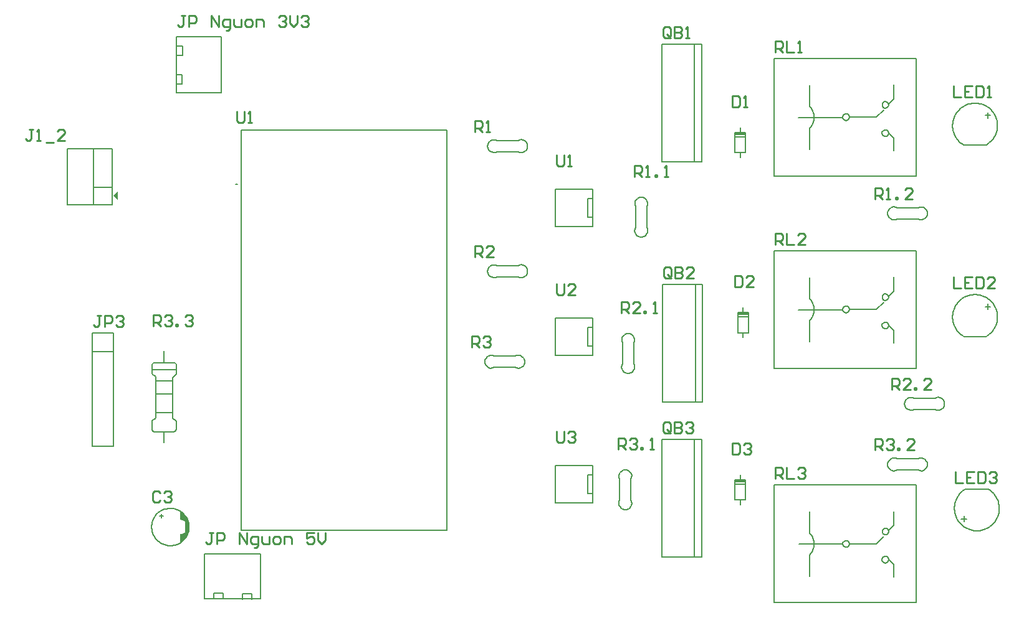
<source format=gto>
G04*
G04 #@! TF.GenerationSoftware,Altium Limited,Altium Designer,23.1.1 (15)*
G04*
G04 Layer_Color=65535*
%FSLAX44Y44*%
%MOMM*%
G71*
G04*
G04 #@! TF.SameCoordinates,535EB812-C22A-4054-9E8E-735DEE857C18*
G04*
G04*
G04 #@! TF.FilePolarity,Positive*
G04*
G01*
G75*
%ADD10C,0.1778*%
%ADD11C,0.2000*%
%ADD12C,0.2032*%
%ADD13C,0.1270*%
%ADD14C,0.2540*%
%ADD15R,1.3970X0.3810*%
G36*
X217170Y159766D02*
Y148082D01*
X220218Y147574D01*
X222758Y146558D01*
X223520Y144780D01*
X223774Y142748D01*
Y133604D01*
X223520Y131826D01*
X223012Y130556D01*
X221488Y129540D01*
X218948Y128778D01*
X217170D01*
Y116840D01*
X219202Y118618D01*
X222250Y120904D01*
X224282Y123444D01*
X226568Y127254D01*
X228346Y133604D01*
X228854Y140716D01*
X227076Y148590D01*
X224028Y153670D01*
X219710Y158496D01*
X217170Y159766D01*
D02*
G37*
G36*
X125984Y589280D02*
X132334Y582930D01*
Y595630D01*
X125984Y589280D01*
D02*
G37*
D10*
X1179308Y412750D02*
X1178590Y415195D01*
X1176664Y416864D01*
X1174142Y417226D01*
X1171824Y416168D01*
X1170446Y414024D01*
Y411476D01*
X1171824Y409332D01*
X1174142Y408274D01*
X1176664Y408636D01*
X1178590Y410305D01*
X1179308Y412750D01*
X1179562Y451104D02*
X1178844Y453549D01*
X1176918Y455218D01*
X1174396Y455580D01*
X1172078Y454522D01*
X1170701Y452378D01*
Y449830D01*
X1172078Y447686D01*
X1174396Y446628D01*
X1176918Y446990D01*
X1178844Y448659D01*
X1179562Y451104D01*
X1125968Y434340D02*
X1125250Y436785D01*
X1123324Y438454D01*
X1120802Y438816D01*
X1118484Y437758D01*
X1117106Y435614D01*
Y433066D01*
X1118484Y430922D01*
X1120802Y429864D01*
X1123324Y430226D01*
X1125250Y431895D01*
X1125968Y434340D01*
X1071866Y419354D02*
X1073551Y421223D01*
X1074998Y423281D01*
X1076186Y425499D01*
X1077098Y427843D01*
X1077721Y430281D01*
X1078046Y432776D01*
X1078068Y435292D01*
X1077786Y437792D01*
X1077205Y440240D01*
X1076333Y442600D01*
X1075183Y444838D01*
X1073772Y446920D01*
X1072120Y448818D01*
X207010Y286144D02*
X208280Y284874D01*
X209296Y344056D02*
X207010Y341770D01*
X209296Y344056D02*
X211582Y346342D01*
Y281572D02*
X210615Y283907D01*
X208280Y284874D01*
X208026Y268110D02*
X210541Y269151D01*
X211582Y271666D01*
X179070Y270904D02*
X179888Y268928D01*
X181864Y268110D01*
X180848Y284620D02*
X179070Y282842D01*
X180848Y284620D02*
X182824Y285438D01*
X183642Y287414D01*
Y342786D02*
X181610Y344818D01*
X179070Y347358D02*
X179814Y345562D01*
X181610Y344818D01*
Y361836D02*
X179814Y361092D01*
X179070Y359296D01*
X211582D02*
X210838Y361092D01*
X209042Y361836D01*
X229002Y138430D02*
X228876Y140959D01*
X228498Y143463D01*
X227874Y145917D01*
X227008Y148296D01*
X225909Y150578D01*
X224589Y152738D01*
X223060Y154757D01*
X221337Y156613D01*
X219439Y158288D01*
X217383Y159767D01*
X215190Y161033D01*
X212882Y162074D01*
X210481Y162881D01*
X208013Y163444D01*
X205500Y163759D01*
X202969Y163822D01*
X200444Y163633D01*
X197950Y163193D01*
X195513Y162507D01*
X193155Y161582D01*
X190902Y160427D01*
X188775Y159053D01*
X186795Y157474D01*
X184983Y155706D01*
X183355Y153767D01*
X181929Y151674D01*
X180718Y149451D01*
X179734Y147117D01*
X178988Y144698D01*
X178486Y142216D01*
X178234Y139696D01*
Y137164D01*
X178486Y134644D01*
X178988Y132162D01*
X179734Y129743D01*
X180718Y127409D01*
X181929Y125186D01*
X183355Y123093D01*
X184982Y121154D01*
X186795Y119386D01*
X188775Y117807D01*
X190902Y116433D01*
X193155Y115278D01*
X195513Y114353D01*
X197950Y113667D01*
X200444Y113227D01*
X202969Y113038D01*
X205500Y113101D01*
X208013Y113416D01*
X210481Y113979D01*
X212882Y114786D01*
X215190Y115827D01*
X217383Y117093D01*
X219439Y118572D01*
X221337Y120247D01*
X223060Y122103D01*
X224589Y124122D01*
X225909Y126282D01*
X227008Y128564D01*
X227874Y130943D01*
X228498Y133397D01*
X228876Y135901D01*
X229002Y138430D01*
X1312091Y397889D02*
X1314218Y399258D01*
X1316223Y400799D01*
X1318095Y402500D01*
X1319819Y404351D01*
X1321383Y406339D01*
X1322777Y408449D01*
X1323991Y410668D01*
X1325018Y412980D01*
X1325849Y415369D01*
X1326479Y417818D01*
X1326904Y420312D01*
X1327120Y422832D01*
X1327127Y425361D01*
X1326924Y427882D01*
X1326513Y430378D01*
X1325897Y432831D01*
X1325079Y435224D01*
X1324065Y437542D01*
X1322863Y439767D01*
X1321480Y441885D01*
X1319927Y443881D01*
X1318214Y445742D01*
X1316352Y447454D01*
X1314354Y449005D01*
X1312235Y450386D01*
X1310009Y451586D01*
X1307690Y452598D01*
X1305296Y453414D01*
X1302843Y454028D01*
X1300347Y454437D01*
X1297825Y454638D01*
X1295296Y454629D01*
X1292776Y454410D01*
X1290283Y453983D01*
X1287834Y453351D01*
X1285446Y452518D01*
X1283135Y451490D01*
X1280917Y450274D01*
X1278808Y448878D01*
X1276822Y447312D01*
X1274972Y445587D01*
X1273272Y443714D01*
X1271733Y441707D01*
X1270366Y439579D01*
X1269180Y437345D01*
X1268183Y435020D01*
X1267382Y432621D01*
X1266783Y430163D01*
X1266390Y427665D01*
X1266205Y425142D01*
X1266230Y422613D01*
X1266465Y420095D01*
X1266908Y417604D01*
X1267555Y415159D01*
X1268404Y412776D01*
X1269446Y410472D01*
X1270677Y408262D01*
X1272086Y406162D01*
X1273665Y404185D01*
X1275402Y402347D01*
X1277285Y400659D01*
X1279302Y399132D01*
X1281438Y397779D01*
X1179388Y93980D02*
X1178670Y96425D01*
X1176744Y98094D01*
X1174222Y98456D01*
X1171904Y97398D01*
X1170527Y95254D01*
Y92706D01*
X1171904Y90562D01*
X1174222Y89504D01*
X1176744Y89866D01*
X1178670Y91535D01*
X1179388Y93980D01*
X1179642Y132334D02*
X1178924Y134779D01*
X1176998Y136448D01*
X1174476Y136810D01*
X1172158Y135752D01*
X1170780Y133608D01*
Y131060D01*
X1172158Y128916D01*
X1174476Y127858D01*
X1176998Y128220D01*
X1178924Y129889D01*
X1179642Y132334D01*
X1126048Y115570D02*
X1125330Y118015D01*
X1123404Y119684D01*
X1120882Y120046D01*
X1118564Y118988D01*
X1117187Y116844D01*
Y114296D01*
X1118564Y112152D01*
X1120882Y111094D01*
X1123404Y111456D01*
X1125330Y113125D01*
X1126048Y115570D01*
X1071946Y100584D02*
X1073631Y102453D01*
X1075078Y104511D01*
X1076266Y106729D01*
X1077178Y109073D01*
X1077802Y111511D01*
X1078126Y114006D01*
X1078148Y116522D01*
X1077866Y119022D01*
X1077285Y121470D01*
X1076413Y123830D01*
X1075263Y126068D01*
X1073852Y128150D01*
X1072200Y130048D01*
X1179308Y674370D02*
X1178590Y676815D01*
X1176664Y678484D01*
X1174142Y678846D01*
X1171824Y677788D01*
X1170446Y675644D01*
Y673096D01*
X1171824Y670952D01*
X1174142Y669894D01*
X1176664Y670256D01*
X1178590Y671925D01*
X1179308Y674370D01*
X1179562Y712724D02*
X1178844Y715169D01*
X1176918Y716838D01*
X1174396Y717200D01*
X1172078Y716142D01*
X1170701Y713998D01*
Y711450D01*
X1172078Y709306D01*
X1174396Y708248D01*
X1176918Y708610D01*
X1178844Y710279D01*
X1179562Y712724D01*
X1125968Y695960D02*
X1125250Y698405D01*
X1123324Y700074D01*
X1120802Y700436D01*
X1118484Y699378D01*
X1117106Y697234D01*
Y694686D01*
X1118484Y692542D01*
X1120802Y691484D01*
X1123324Y691846D01*
X1125250Y693515D01*
X1125968Y695960D01*
X1071866Y680974D02*
X1073551Y682843D01*
X1074998Y684901D01*
X1076186Y687119D01*
X1077098Y689463D01*
X1077721Y691901D01*
X1078046Y694396D01*
X1078068Y696912D01*
X1077786Y699412D01*
X1077205Y701860D01*
X1076333Y704220D01*
X1075183Y706458D01*
X1073772Y708540D01*
X1072120Y710438D01*
X1283789Y190121D02*
X1281662Y188752D01*
X1279657Y187211D01*
X1277785Y185510D01*
X1276061Y183659D01*
X1274497Y181671D01*
X1273103Y179561D01*
X1271889Y177342D01*
X1270862Y175030D01*
X1270031Y172641D01*
X1269401Y170192D01*
X1268977Y167698D01*
X1268760Y165178D01*
X1268753Y162649D01*
X1268956Y160128D01*
X1269367Y157632D01*
X1269983Y155179D01*
X1270801Y152786D01*
X1271815Y150468D01*
X1273017Y148243D01*
X1274400Y146125D01*
X1275953Y144129D01*
X1277666Y142268D01*
X1279528Y140556D01*
X1281526Y139005D01*
X1283645Y137624D01*
X1285871Y136424D01*
X1288190Y135412D01*
X1290584Y134596D01*
X1293037Y133982D01*
X1295533Y133573D01*
X1298055Y133372D01*
X1300584Y133381D01*
X1303104Y133600D01*
X1305597Y134027D01*
X1308046Y134659D01*
X1310434Y135492D01*
X1312745Y136520D01*
X1314963Y137736D01*
X1317072Y139132D01*
X1319058Y140698D01*
X1320908Y142423D01*
X1322608Y144296D01*
X1324147Y146304D01*
X1325514Y148431D01*
X1326700Y150665D01*
X1327697Y152990D01*
X1328498Y155389D01*
X1329097Y157847D01*
X1329490Y160345D01*
X1329675Y162868D01*
X1329650Y165397D01*
X1329415Y167915D01*
X1328972Y170406D01*
X1328325Y172851D01*
X1327476Y175233D01*
X1326434Y177538D01*
X1325203Y179748D01*
X1323794Y181848D01*
X1322216Y183824D01*
X1320479Y185663D01*
X1318595Y187351D01*
X1316578Y188878D01*
X1314442Y190231D01*
X1312091Y658239D02*
X1314218Y659608D01*
X1316223Y661149D01*
X1318095Y662850D01*
X1319819Y664701D01*
X1321383Y666689D01*
X1322777Y668799D01*
X1323991Y671018D01*
X1325018Y673330D01*
X1325849Y675719D01*
X1326479Y678168D01*
X1326904Y680662D01*
X1327120Y683182D01*
X1327127Y685711D01*
X1326924Y688232D01*
X1326513Y690728D01*
X1325897Y693181D01*
X1325079Y695574D01*
X1324065Y697892D01*
X1322863Y700117D01*
X1321480Y702235D01*
X1319927Y704231D01*
X1318214Y706092D01*
X1316352Y707804D01*
X1314354Y709355D01*
X1312235Y710736D01*
X1310009Y711936D01*
X1307690Y712948D01*
X1305296Y713764D01*
X1302843Y714378D01*
X1300347Y714787D01*
X1297825Y714988D01*
X1295296Y714979D01*
X1292776Y714760D01*
X1290283Y714333D01*
X1287834Y713701D01*
X1285446Y712868D01*
X1283135Y711840D01*
X1280917Y710624D01*
X1278808Y709228D01*
X1276822Y707662D01*
X1274972Y705937D01*
X1273272Y704064D01*
X1271733Y702057D01*
X1270366Y699929D01*
X1269180Y697695D01*
X1268183Y695370D01*
X1267382Y692971D01*
X1266783Y690513D01*
X1266390Y688015D01*
X1266205Y685492D01*
X1266230Y682963D01*
X1266465Y680445D01*
X1266908Y677954D01*
X1267555Y675509D01*
X1268404Y673126D01*
X1269446Y670822D01*
X1270677Y668612D01*
X1272086Y666512D01*
X1273665Y664535D01*
X1275402Y662697D01*
X1277285Y661009D01*
X1279302Y659482D01*
X1281438Y658129D01*
X313944Y40386D02*
Y48006D01*
X301244D02*
X313944D01*
X301244Y40386D02*
Y48006D01*
X275336Y40894D02*
Y48514D01*
X262636D02*
X275336D01*
X262636Y40894D02*
Y48514D01*
X250190Y101600D02*
X326390D01*
Y40640D02*
Y101600D01*
X250190Y40640D02*
X326390D01*
X250190D02*
Y101600D01*
X872490Y468630D02*
X926592D01*
X916940Y308864D02*
Y468630D01*
X926592Y308610D02*
Y468630D01*
X872490Y308610D02*
X926592D01*
X872490D02*
Y468630D01*
X974344Y424180D02*
X988822D01*
X974344Y402844D02*
Y430022D01*
Y402844D02*
X988822D01*
Y430022D01*
X981710D02*
Y436880D01*
Y396240D02*
Y402844D01*
X974344Y430022D02*
X988822D01*
X1023830Y354330D02*
Y514350D01*
Y354330D02*
X1216900D01*
X1057134Y434086D02*
X1116316D01*
X1216900Y354330D02*
Y514350D01*
X1023860D02*
X1216900D01*
X1186166Y459232D02*
Y478536D01*
X1179562Y452628D02*
X1186166Y459232D01*
Y389128D02*
Y405892D01*
X1179308Y412750D02*
X1186166Y405892D01*
X1126476Y434340D02*
X1162798D01*
X1172704Y444246D01*
X1071612Y390398D02*
Y419100D01*
X1071866Y449072D02*
Y478028D01*
X212090Y805180D02*
X273050D01*
X212090Y728980D02*
Y805180D01*
Y728980D02*
X273050D01*
Y805180D01*
X212344Y792734D02*
X219964D01*
Y780034D02*
Y792734D01*
X212344Y780034D02*
X219964D01*
X211836Y754126D02*
X219456D01*
Y741426D02*
Y754126D01*
X211836Y741426D02*
X219456D01*
X124460Y576580D02*
Y652780D01*
X99060Y576580D02*
X124460D01*
X99060D02*
Y652780D01*
X124460D01*
X99314Y600710D02*
X124460D01*
X99060Y576580D02*
Y576834D01*
X63500D02*
X99060D01*
X63500D02*
Y652780D01*
X99060D01*
X183642Y294018D02*
X207010D01*
X184912Y319418D02*
X207010D01*
X179578Y352438D02*
X211074D01*
X184150Y336944D02*
X206248D01*
X195072Y361836D02*
Y377838D01*
Y253632D02*
Y267602D01*
X207010Y286144D02*
Y341770D01*
X211582Y271666D02*
Y281572D01*
X181864Y268110D02*
X208026D01*
X179070Y270904D02*
Y282842D01*
X183642Y287414D02*
Y342786D01*
X179070Y347358D02*
Y359296D01*
X211582Y359042D02*
Y359296D01*
X195072Y361836D02*
X209042D01*
X181610D02*
X195072D01*
X179070Y347358D02*
Y359296D01*
Y270904D02*
Y282842D01*
X211582Y346342D02*
Y359169D01*
X97282Y376936D02*
X125984D01*
X126492Y248666D02*
Y402590D01*
X97282Y248666D02*
Y402590D01*
X126492D01*
X97282Y248666D02*
X126492D01*
X189230Y153670D02*
X194310D01*
X191770Y151130D02*
Y156210D01*
X1310640Y438404D02*
X1317752D01*
X1313942Y434594D02*
Y442214D01*
X1281684Y397764D02*
X1311910D01*
X1023910Y35560D02*
Y195580D01*
Y35560D02*
X1216980D01*
X1057214Y115316D02*
X1116396D01*
X1216980Y35560D02*
Y195580D01*
X1023940D02*
X1216980D01*
X1186246Y140462D02*
Y159766D01*
X1179642Y133858D02*
X1186246Y140462D01*
Y70358D02*
Y87122D01*
X1179388Y93980D02*
X1186246Y87122D01*
X1126556Y115570D02*
X1162878D01*
X1172784Y125476D01*
X1071692Y71628D02*
Y100330D01*
X1071946Y130302D02*
Y159258D01*
X1023830Y615950D02*
Y775970D01*
Y615950D02*
X1216900D01*
X1057134Y695706D02*
X1116316D01*
X1216900Y615950D02*
Y775970D01*
X1023860D02*
X1216900D01*
X1186166Y720852D02*
Y740156D01*
X1179562Y714248D02*
X1186166Y720852D01*
Y650748D02*
Y667512D01*
X1179308Y674370D02*
X1186166Y667512D01*
X1126476Y695960D02*
X1162798D01*
X1172704Y705866D01*
X1071612Y652018D02*
Y680720D01*
X1071866Y710692D02*
Y739648D01*
X970534Y202692D02*
X985012D01*
X977900Y168910D02*
Y175514D01*
Y202692D02*
Y209550D01*
X985012Y175514D02*
Y202692D01*
X970534Y175514D02*
X985012D01*
X970534D02*
Y202692D01*
Y196850D02*
X985012D01*
X970534Y675132D02*
X985012D01*
X977900Y641350D02*
Y647954D01*
Y675132D02*
Y681990D01*
X985012Y647954D02*
Y675132D01*
X970534Y647954D02*
X985012D01*
X970534D02*
Y675132D01*
Y669290D02*
X985012D01*
X871220Y97790D02*
Y257810D01*
Y97790D02*
X925322D01*
Y257810D01*
X915670Y98044D02*
Y257810D01*
X871220D02*
X925322D01*
X871220Y635000D02*
Y795020D01*
Y635000D02*
X925322D01*
Y795020D01*
X915670Y635254D02*
Y795020D01*
X871220D02*
X925322D01*
X1278128Y149606D02*
X1285240D01*
X1281938Y145796D02*
Y153416D01*
X1283970Y190246D02*
X1314196D01*
X1310640Y698754D02*
X1317752D01*
X1313942Y694944D02*
Y702564D01*
X1281684Y658114D02*
X1311910D01*
D11*
X294420Y604520D02*
X292420D01*
X294420D01*
D12*
X675640Y478790D02*
X677918Y477859D01*
X680364Y477593D01*
X682788Y478013D01*
X685003Y479086D01*
X686834Y480729D01*
X688141Y482815D01*
X688820Y485180D01*
Y487640D01*
X688141Y490005D01*
X686834Y492090D01*
X685003Y493734D01*
X682788Y494807D01*
X680364Y495227D01*
X677918Y494961D01*
X675640Y494030D01*
X647700D02*
X645274Y494958D01*
X642683Y495133D01*
X640154Y494540D01*
X637911Y493231D01*
X636150Y491321D01*
X635028Y488979D01*
X634642Y486410D01*
X635028Y483841D01*
X636150Y481499D01*
X637911Y479589D01*
X640154Y478280D01*
X642683Y477687D01*
X645274Y477862D01*
X647700Y478790D01*
X1242060Y298450D02*
X1244338Y297519D01*
X1246784Y297253D01*
X1249209Y297673D01*
X1251423Y298746D01*
X1253254Y300389D01*
X1254561Y302475D01*
X1255240Y304840D01*
Y307300D01*
X1254561Y309665D01*
X1253254Y311751D01*
X1251423Y313394D01*
X1249209Y314467D01*
X1246784Y314887D01*
X1244338Y314621D01*
X1242060Y313690D01*
X1214120D02*
X1211694Y314618D01*
X1209103Y314793D01*
X1206574Y314200D01*
X1204331Y312891D01*
X1202570Y310981D01*
X1201448Y308639D01*
X1201062Y306070D01*
X1201448Y303501D01*
X1202570Y301159D01*
X1204331Y299249D01*
X1206574Y297940D01*
X1209103Y297347D01*
X1211694Y297522D01*
X1214120Y298450D01*
X817880Y360680D02*
X816949Y358402D01*
X816683Y355956D01*
X817103Y353531D01*
X818176Y351317D01*
X819819Y349486D01*
X821905Y348179D01*
X824270Y347500D01*
X826730D01*
X829095Y348179D01*
X831181Y349486D01*
X832824Y351317D01*
X833897Y353531D01*
X834317Y355956D01*
X834051Y358402D01*
X833120Y360680D01*
Y388620D02*
X834048Y391046D01*
X834223Y393637D01*
X833630Y396166D01*
X832321Y398409D01*
X830411Y400170D01*
X828069Y401292D01*
X825500Y401678D01*
X822931Y401292D01*
X820589Y400170D01*
X818679Y398409D01*
X817370Y396166D01*
X816777Y393637D01*
X816952Y391046D01*
X817880Y388620D01*
X671830Y355600D02*
X674108Y354669D01*
X676554Y354403D01*
X678979Y354823D01*
X681193Y355896D01*
X683024Y357539D01*
X684331Y359625D01*
X685011Y361990D01*
Y364450D01*
X684331Y366815D01*
X683024Y368900D01*
X681193Y370544D01*
X678979Y371617D01*
X676554Y372037D01*
X674108Y371771D01*
X671830Y370840D01*
X643890D02*
X641464Y371768D01*
X638873Y371943D01*
X636344Y371350D01*
X634101Y370041D01*
X632340Y368131D01*
X631218Y365789D01*
X630832Y363220D01*
X631218Y360651D01*
X632340Y358309D01*
X634101Y356399D01*
X636344Y355090D01*
X638873Y354497D01*
X641464Y354672D01*
X643890Y355600D01*
X675640Y648970D02*
X677918Y648039D01*
X680364Y647773D01*
X682788Y648193D01*
X685003Y649266D01*
X686834Y650909D01*
X688141Y652995D01*
X688820Y655360D01*
Y657820D01*
X688141Y660185D01*
X686834Y662271D01*
X685003Y663914D01*
X682788Y664987D01*
X680364Y665407D01*
X677918Y665141D01*
X675640Y664210D01*
X647700D02*
X645274Y665138D01*
X642683Y665313D01*
X640154Y664720D01*
X637911Y663411D01*
X636150Y661501D01*
X635028Y659159D01*
X634642Y656590D01*
X635028Y654021D01*
X636150Y651679D01*
X637911Y649769D01*
X640154Y648460D01*
X642683Y647867D01*
X645274Y648042D01*
X647700Y648970D01*
X1191260Y231140D02*
X1188982Y232071D01*
X1186536Y232337D01*
X1184111Y231917D01*
X1181897Y230844D01*
X1180066Y229201D01*
X1178759Y227115D01*
X1178080Y224750D01*
Y222290D01*
X1178759Y219925D01*
X1180066Y217839D01*
X1181897Y216196D01*
X1184111Y215123D01*
X1186536Y214703D01*
X1188982Y214969D01*
X1191260Y215900D01*
X1219200D02*
X1221626Y214972D01*
X1224217Y214797D01*
X1226746Y215390D01*
X1228989Y216699D01*
X1230750Y218609D01*
X1231872Y220951D01*
X1232258Y223520D01*
X1231872Y226089D01*
X1230750Y228431D01*
X1228989Y230341D01*
X1226746Y231650D01*
X1224217Y232243D01*
X1221626Y232068D01*
X1219200Y231140D01*
X814070Y175260D02*
X813139Y172982D01*
X812873Y170536D01*
X813293Y168111D01*
X814366Y165897D01*
X816009Y164066D01*
X818095Y162759D01*
X820460Y162080D01*
X822920D01*
X825285Y162759D01*
X827371Y164066D01*
X829014Y165897D01*
X830087Y168111D01*
X830507Y170536D01*
X830241Y172982D01*
X829310Y175260D01*
Y203200D02*
X830238Y205626D01*
X830413Y208217D01*
X829820Y210746D01*
X828511Y212989D01*
X826601Y214750D01*
X824259Y215872D01*
X821690Y216257D01*
X819121Y215872D01*
X816779Y214750D01*
X814869Y212989D01*
X813560Y210746D01*
X812967Y208217D01*
X813142Y205626D01*
X814070Y203200D01*
X1191260Y572770D02*
X1188982Y573701D01*
X1186536Y573967D01*
X1184111Y573547D01*
X1181897Y572474D01*
X1180066Y570831D01*
X1178759Y568745D01*
X1178080Y566380D01*
Y563920D01*
X1178759Y561555D01*
X1180066Y559469D01*
X1181897Y557826D01*
X1184111Y556753D01*
X1186536Y556333D01*
X1188982Y556599D01*
X1191260Y557530D01*
X1219200D02*
X1221626Y556602D01*
X1224217Y556427D01*
X1226746Y557020D01*
X1228989Y558329D01*
X1230750Y560239D01*
X1231872Y562581D01*
X1232258Y565150D01*
X1231872Y567719D01*
X1230750Y570061D01*
X1228989Y571971D01*
X1226746Y573280D01*
X1224217Y573873D01*
X1221626Y573698D01*
X1219200Y572770D01*
X835660Y546100D02*
X834729Y543822D01*
X834463Y541376D01*
X834883Y538951D01*
X835956Y536737D01*
X837599Y534906D01*
X839685Y533599D01*
X842050Y532920D01*
X844510D01*
X846875Y533599D01*
X848961Y534906D01*
X850604Y536737D01*
X851677Y538951D01*
X852097Y541376D01*
X851831Y543822D01*
X850900Y546100D01*
Y574040D02*
X851828Y576466D01*
X852003Y579057D01*
X851410Y581586D01*
X850101Y583829D01*
X848191Y585590D01*
X845849Y586712D01*
X843280Y587098D01*
X840711Y586712D01*
X838369Y585590D01*
X836459Y583829D01*
X835150Y581586D01*
X834557Y579057D01*
X834732Y576466D01*
X835660Y574040D01*
X647700Y494030D02*
X675640D01*
X647700Y478790D02*
X675640D01*
X770890Y410210D02*
X777240D01*
X770890Y384810D02*
Y410210D01*
Y384810D02*
X777240D01*
Y372110D02*
Y422910D01*
X726440D02*
X777240D01*
X726440Y372110D02*
Y422910D01*
Y372110D02*
X777240D01*
X1214120Y313690D02*
X1242060D01*
X1214120Y298450D02*
X1242060D01*
X833120Y360680D02*
Y388620D01*
X817880Y360680D02*
Y388620D01*
X643890Y370840D02*
X671830D01*
X643890Y355600D02*
X671830D01*
X647700Y664210D02*
X675640D01*
X647700Y648970D02*
X675640D01*
X770890Y209550D02*
X777240D01*
X770890Y184150D02*
Y209550D01*
Y184150D02*
X777240D01*
Y171450D02*
Y222250D01*
X726440D02*
X777240D01*
X726440Y171450D02*
Y222250D01*
Y171450D02*
X777240D01*
X1191260Y215900D02*
X1219200D01*
X1191260Y231140D02*
X1219200D01*
X770890Y585470D02*
X777240D01*
X770890Y560070D02*
Y585470D01*
Y560070D02*
X777240D01*
Y547370D02*
Y598170D01*
X726440D02*
X777240D01*
X726440Y547370D02*
Y598170D01*
Y547370D02*
X777240D01*
X829310Y175260D02*
Y203200D01*
X814070Y175260D02*
Y203200D01*
X1191260Y557530D02*
X1219200D01*
X1191260Y572770D02*
X1219200D01*
X850900Y546100D02*
Y574040D01*
X835660Y546100D02*
Y574040D01*
D13*
X299920Y134420D02*
Y678420D01*
X578920D01*
Y134420D02*
Y678420D01*
X299920Y134420D02*
X578920D01*
D14*
X262125Y130297D02*
X257046D01*
X259585D01*
Y117601D01*
X257046Y115062D01*
X254507D01*
X251968Y117601D01*
X267203Y115062D02*
Y130297D01*
X274821D01*
X277360Y127758D01*
Y122680D01*
X274821Y120140D01*
X267203D01*
X297673Y115062D02*
Y130297D01*
X307830Y115062D01*
Y130297D01*
X317987Y109984D02*
X320526D01*
X323065Y112523D01*
Y125219D01*
X315448D01*
X312908Y122680D01*
Y117601D01*
X315448Y115062D01*
X323065D01*
X328143Y125219D02*
Y117601D01*
X330682Y115062D01*
X338300D01*
Y125219D01*
X345918Y115062D02*
X350996D01*
X353535Y117601D01*
Y122680D01*
X350996Y125219D01*
X345918D01*
X343378Y122680D01*
Y117601D01*
X345918Y115062D01*
X358614D02*
Y125219D01*
X366231D01*
X368770Y122680D01*
Y115062D01*
X399240Y130297D02*
X389084D01*
Y122680D01*
X394162Y125219D01*
X396701D01*
X399240Y122680D01*
Y117601D01*
X396701Y115062D01*
X391623D01*
X389084Y117601D01*
X404319Y130297D02*
Y120140D01*
X409397Y115062D01*
X414475Y120140D01*
Y130297D01*
X1025398Y522732D02*
Y537967D01*
X1033016D01*
X1035555Y535428D01*
Y530350D01*
X1033016Y527810D01*
X1025398D01*
X1030476D02*
X1035555Y522732D01*
X1040633Y537967D02*
Y522732D01*
X1050790D01*
X1066025D02*
X1055868D01*
X1066025Y532889D01*
Y535428D01*
X1063486Y537967D01*
X1058407D01*
X1055868Y535428D01*
X223517Y833877D02*
X218438D01*
X220977D01*
Y821181D01*
X218438Y818642D01*
X215899D01*
X213360Y821181D01*
X228595Y818642D02*
Y833877D01*
X236213D01*
X238752Y831338D01*
Y826260D01*
X236213Y823720D01*
X228595D01*
X259065Y818642D02*
Y833877D01*
X269222Y818642D01*
Y833877D01*
X279379Y813564D02*
X281918D01*
X284457Y816103D01*
Y828799D01*
X276840D01*
X274300Y826260D01*
Y821181D01*
X276840Y818642D01*
X284457D01*
X289535Y828799D02*
Y821181D01*
X292075Y818642D01*
X299692D01*
Y828799D01*
X307310Y818642D02*
X312388D01*
X314927Y821181D01*
Y826260D01*
X312388Y828799D01*
X307310D01*
X304770Y826260D01*
Y821181D01*
X307310Y818642D01*
X320005D02*
Y828799D01*
X327623D01*
X330162Y826260D01*
Y818642D01*
X350476Y831338D02*
X353015Y833877D01*
X358093D01*
X360632Y831338D01*
Y828799D01*
X358093Y826260D01*
X355554D01*
X358093D01*
X360632Y823720D01*
Y821181D01*
X358093Y818642D01*
X353015D01*
X350476Y821181D01*
X365711Y833877D02*
Y823720D01*
X370789Y818642D01*
X375867Y823720D01*
Y833877D01*
X380946Y831338D02*
X383485Y833877D01*
X388563D01*
X391102Y831338D01*
Y828799D01*
X388563Y826260D01*
X386024D01*
X388563D01*
X391102Y823720D01*
Y821181D01*
X388563Y818642D01*
X383485D01*
X380946Y821181D01*
X293878Y704083D02*
Y691387D01*
X296417Y688848D01*
X301495D01*
X304035Y691387D01*
Y704083D01*
X309113Y688848D02*
X314191D01*
X311652D01*
Y704083D01*
X309113Y701544D01*
X727964Y268981D02*
Y256285D01*
X730503Y253746D01*
X735582D01*
X738121Y256285D01*
Y268981D01*
X743199Y266442D02*
X745738Y268981D01*
X750817D01*
X753356Y266442D01*
Y263903D01*
X750817Y261364D01*
X748277D01*
X750817D01*
X753356Y258824D01*
Y256285D01*
X750817Y253746D01*
X745738D01*
X743199Y256285D01*
X727964Y469641D02*
Y456945D01*
X730503Y454406D01*
X735582D01*
X738121Y456945D01*
Y469641D01*
X753356Y454406D02*
X743199D01*
X753356Y464563D01*
Y467102D01*
X750817Y469641D01*
X745738D01*
X743199Y467102D01*
X727964Y644901D02*
Y632205D01*
X730503Y629666D01*
X735582D01*
X738121Y632205D01*
Y644901D01*
X743199Y629666D02*
X748277D01*
X745738D01*
Y644901D01*
X743199Y642362D01*
X1025398Y204216D02*
Y219451D01*
X1033016D01*
X1035555Y216912D01*
Y211833D01*
X1033016Y209294D01*
X1025398D01*
X1030476D02*
X1035555Y204216D01*
X1040633Y219451D02*
Y204216D01*
X1050790D01*
X1055868Y216912D02*
X1058407Y219451D01*
X1063486D01*
X1066025Y216912D01*
Y214373D01*
X1063486Y211833D01*
X1060947D01*
X1063486D01*
X1066025Y209294D01*
Y206755D01*
X1063486Y204216D01*
X1058407D01*
X1055868Y206755D01*
X1025398Y784352D02*
Y799587D01*
X1033016D01*
X1035555Y797048D01*
Y791970D01*
X1033016Y789430D01*
X1025398D01*
X1030476D02*
X1035555Y784352D01*
X1040633Y799587D02*
Y784352D01*
X1050790D01*
X1055868D02*
X1060947D01*
X1058407D01*
Y799587D01*
X1055868Y797048D01*
X613410Y382778D02*
Y398013D01*
X621027D01*
X623567Y395474D01*
Y390396D01*
X621027Y387856D01*
X613410D01*
X618488D02*
X623567Y382778D01*
X628645Y395474D02*
X631184Y398013D01*
X636263D01*
X638802Y395474D01*
Y392935D01*
X636263Y390396D01*
X633723D01*
X636263D01*
X638802Y387856D01*
Y385317D01*
X636263Y382778D01*
X631184D01*
X628645Y385317D01*
X180848Y411480D02*
Y426715D01*
X188465D01*
X191005Y424176D01*
Y419098D01*
X188465Y416558D01*
X180848D01*
X185926D02*
X191005Y411480D01*
X196083Y424176D02*
X198622Y426715D01*
X203701D01*
X206240Y424176D01*
Y421637D01*
X203701Y419098D01*
X201161D01*
X203701D01*
X206240Y416558D01*
Y414019D01*
X203701Y411480D01*
X198622D01*
X196083Y414019D01*
X211318Y411480D02*
Y414019D01*
X213857D01*
Y411480D01*
X211318D01*
X224014Y424176D02*
X226553Y426715D01*
X231632D01*
X234171Y424176D01*
Y421637D01*
X231632Y419098D01*
X229092D01*
X231632D01*
X234171Y416558D01*
Y414019D01*
X231632Y411480D01*
X226553D01*
X224014Y414019D01*
X1160780Y243078D02*
Y258313D01*
X1168398D01*
X1170937Y255774D01*
Y250695D01*
X1168398Y248156D01*
X1160780D01*
X1165858D02*
X1170937Y243078D01*
X1176015Y255774D02*
X1178554Y258313D01*
X1183633D01*
X1186172Y255774D01*
Y253235D01*
X1183633Y250695D01*
X1181093D01*
X1183633D01*
X1186172Y248156D01*
Y245617D01*
X1183633Y243078D01*
X1178554D01*
X1176015Y245617D01*
X1191250Y243078D02*
Y245617D01*
X1193789D01*
Y243078D01*
X1191250D01*
X1214103D02*
X1203946D01*
X1214103Y253235D01*
Y255774D01*
X1211564Y258313D01*
X1206485D01*
X1203946Y255774D01*
X812292Y243840D02*
Y259075D01*
X819910D01*
X822449Y256536D01*
Y251458D01*
X819910Y248918D01*
X812292D01*
X817370D02*
X822449Y243840D01*
X827527Y256536D02*
X830066Y259075D01*
X835145D01*
X837684Y256536D01*
Y253997D01*
X835145Y251458D01*
X832605D01*
X835145D01*
X837684Y248918D01*
Y246379D01*
X835145Y243840D01*
X830066D01*
X827527Y246379D01*
X842762Y243840D02*
Y246379D01*
X845301D01*
Y243840D01*
X842762D01*
X855458D02*
X860536D01*
X857997D01*
Y259075D01*
X855458Y256536D01*
X617220Y505968D02*
Y521203D01*
X624837D01*
X627377Y518664D01*
Y513586D01*
X624837Y511046D01*
X617220D01*
X622298D02*
X627377Y505968D01*
X642612D02*
X632455D01*
X642612Y516125D01*
Y518664D01*
X640073Y521203D01*
X634994D01*
X632455Y518664D01*
X1183640Y325628D02*
Y340863D01*
X1191257D01*
X1193797Y338324D01*
Y333246D01*
X1191257Y330706D01*
X1183640D01*
X1188718D02*
X1193797Y325628D01*
X1209032D02*
X1198875D01*
X1209032Y335785D01*
Y338324D01*
X1206493Y340863D01*
X1201414D01*
X1198875Y338324D01*
X1214110Y325628D02*
Y328167D01*
X1216649D01*
Y325628D01*
X1214110D01*
X1236963D02*
X1226806D01*
X1236963Y335785D01*
Y338324D01*
X1234424Y340863D01*
X1229345D01*
X1226806Y338324D01*
X816102Y429260D02*
Y444495D01*
X823719D01*
X826259Y441956D01*
Y436878D01*
X823719Y434338D01*
X816102D01*
X821180D02*
X826259Y429260D01*
X841494D02*
X831337D01*
X841494Y439417D01*
Y441956D01*
X838955Y444495D01*
X833876D01*
X831337Y441956D01*
X846572Y429260D02*
Y431799D01*
X849111D01*
Y429260D01*
X846572D01*
X859268D02*
X864346D01*
X861807D01*
Y444495D01*
X859268Y441956D01*
X617220Y676148D02*
Y691383D01*
X624837D01*
X627377Y688844D01*
Y683765D01*
X624837Y681226D01*
X617220D01*
X622298D02*
X627377Y676148D01*
X632455D02*
X637533D01*
X634994D01*
Y691383D01*
X632455Y688844D01*
X1160780Y584708D02*
Y599943D01*
X1168398D01*
X1170937Y597404D01*
Y592326D01*
X1168398Y589786D01*
X1160780D01*
X1165858D02*
X1170937Y584708D01*
X1176015D02*
X1181093D01*
X1178554D01*
Y599943D01*
X1176015Y597404D01*
X1188711Y584708D02*
Y587247D01*
X1191250D01*
Y584708D01*
X1188711D01*
X1211564D02*
X1201407D01*
X1211564Y594865D01*
Y597404D01*
X1209024Y599943D01*
X1203946D01*
X1201407Y597404D01*
X833882Y614680D02*
Y629915D01*
X841499D01*
X844039Y627376D01*
Y622298D01*
X841499Y619758D01*
X833882D01*
X838960D02*
X844039Y614680D01*
X849117D02*
X854195D01*
X851656D01*
Y629915D01*
X849117Y627376D01*
X861813Y614680D02*
Y617219D01*
X864352D01*
Y614680D01*
X861813D01*
X874509D02*
X879587D01*
X877048D01*
Y629915D01*
X874509Y627376D01*
X882901Y268731D02*
Y278888D01*
X880361Y281427D01*
X875283D01*
X872744Y278888D01*
Y268731D01*
X875283Y266192D01*
X880361D01*
X877822Y271270D02*
X882901Y266192D01*
X880361D02*
X882901Y268731D01*
X887979Y281427D02*
Y266192D01*
X895597D01*
X898136Y268731D01*
Y271270D01*
X895597Y273810D01*
X887979D01*
X895597D01*
X898136Y276349D01*
Y278888D01*
X895597Y281427D01*
X887979D01*
X903214Y278888D02*
X905753Y281427D01*
X910832D01*
X913371Y278888D01*
Y276349D01*
X910832Y273810D01*
X908292D01*
X910832D01*
X913371Y271270D01*
Y268731D01*
X910832Y266192D01*
X905753D01*
X903214Y268731D01*
X884425Y479551D02*
Y489708D01*
X881886Y492247D01*
X876807D01*
X874268Y489708D01*
Y479551D01*
X876807Y477012D01*
X881886D01*
X879346Y482090D02*
X884425Y477012D01*
X881886D02*
X884425Y479551D01*
X889503Y492247D02*
Y477012D01*
X897121D01*
X899660Y479551D01*
Y482090D01*
X897121Y484630D01*
X889503D01*
X897121D01*
X899660Y487169D01*
Y489708D01*
X897121Y492247D01*
X889503D01*
X914895Y477012D02*
X904738D01*
X914895Y487169D01*
Y489708D01*
X912356Y492247D01*
X907277D01*
X904738Y489708D01*
X883155Y806195D02*
Y816352D01*
X880615Y818891D01*
X875537D01*
X872998Y816352D01*
Y806195D01*
X875537Y803656D01*
X880615D01*
X878076Y808734D02*
X883155Y803656D01*
X880615D02*
X883155Y806195D01*
X888233Y818891D02*
Y803656D01*
X895851D01*
X898390Y806195D01*
Y808734D01*
X895851Y811273D01*
X888233D01*
X895851D01*
X898390Y813813D01*
Y816352D01*
X895851Y818891D01*
X888233D01*
X903468Y803656D02*
X908547D01*
X906007D01*
Y818891D01*
X903468Y816352D01*
X1270508Y213863D02*
Y198628D01*
X1280665D01*
X1295900Y213863D02*
X1285743D01*
Y198628D01*
X1295900D01*
X1285743Y206245D02*
X1290821D01*
X1300978Y213863D02*
Y198628D01*
X1308596D01*
X1311135Y201167D01*
Y211324D01*
X1308596Y213863D01*
X1300978D01*
X1316213Y211324D02*
X1318752Y213863D01*
X1323831D01*
X1326370Y211324D01*
Y208785D01*
X1323831Y206245D01*
X1321292D01*
X1323831D01*
X1326370Y203706D01*
Y201167D01*
X1323831Y198628D01*
X1318752D01*
X1316213Y201167D01*
X1267714Y478531D02*
Y463296D01*
X1277871D01*
X1293106Y478531D02*
X1282949D01*
Y463296D01*
X1293106D01*
X1282949Y470914D02*
X1288027D01*
X1298184Y478531D02*
Y463296D01*
X1305802D01*
X1308341Y465835D01*
Y475992D01*
X1305802Y478531D01*
X1298184D01*
X1323576Y463296D02*
X1313419D01*
X1323576Y473453D01*
Y475992D01*
X1321037Y478531D01*
X1315958D01*
X1313419Y475992D01*
X1267968Y738627D02*
Y723392D01*
X1278125D01*
X1293360Y738627D02*
X1283203D01*
Y723392D01*
X1293360D01*
X1283203Y731010D02*
X1288281D01*
X1298438Y738627D02*
Y723392D01*
X1306056D01*
X1308595Y725931D01*
Y736088D01*
X1306056Y738627D01*
X1298438D01*
X1313673Y723392D02*
X1318752D01*
X1316212D01*
Y738627D01*
X1313673Y736088D01*
X109217Y426207D02*
X104138D01*
X106678D01*
Y413511D01*
X104138Y410972D01*
X101599D01*
X99060Y413511D01*
X114295Y410972D02*
Y426207D01*
X121913D01*
X124452Y423668D01*
Y418590D01*
X121913Y416050D01*
X114295D01*
X129530Y423668D02*
X132069Y426207D01*
X137148D01*
X139687Y423668D01*
Y421129D01*
X137148Y418590D01*
X134608D01*
X137148D01*
X139687Y416050D01*
Y413511D01*
X137148Y410972D01*
X132069D01*
X129530Y413511D01*
X16761Y678937D02*
X11682D01*
X14222D01*
Y666241D01*
X11682Y663702D01*
X9143D01*
X6604Y666241D01*
X21839Y663702D02*
X26917D01*
X24378D01*
Y678937D01*
X21839Y676398D01*
X34535Y661163D02*
X44692D01*
X59927Y663702D02*
X49770D01*
X59927Y673859D01*
Y676398D01*
X57388Y678937D01*
X52309D01*
X49770Y676398D01*
X966724Y252979D02*
Y237744D01*
X974342D01*
X976881Y240283D01*
Y250440D01*
X974342Y252979D01*
X966724D01*
X981959Y250440D02*
X984498Y252979D01*
X989577D01*
X992116Y250440D01*
Y247901D01*
X989577Y245361D01*
X987037D01*
X989577D01*
X992116Y242822D01*
Y240283D01*
X989577Y237744D01*
X984498D01*
X981959Y240283D01*
X970534Y480563D02*
Y465328D01*
X978151D01*
X980691Y467867D01*
Y478024D01*
X978151Y480563D01*
X970534D01*
X995926Y465328D02*
X985769D01*
X995926Y475485D01*
Y478024D01*
X993387Y480563D01*
X988308D01*
X985769Y478024D01*
X966724Y725419D02*
Y710184D01*
X974342D01*
X976881Y712723D01*
Y722880D01*
X974342Y725419D01*
X966724D01*
X981959Y710184D02*
X987037D01*
X984498D01*
Y725419D01*
X981959Y722880D01*
X189989Y184908D02*
X187449Y187447D01*
X182371D01*
X179832Y184908D01*
Y174751D01*
X182371Y172212D01*
X187449D01*
X189989Y174751D01*
X195067Y184908D02*
X197606Y187447D01*
X202685D01*
X205224Y184908D01*
Y182369D01*
X202685Y179830D01*
X200145D01*
X202685D01*
X205224Y177290D01*
Y174751D01*
X202685Y172212D01*
X197606D01*
X195067Y174751D01*
D15*
X981075Y428622D02*
D03*
X977265Y201295D02*
D03*
Y673735D02*
D03*
M02*

</source>
